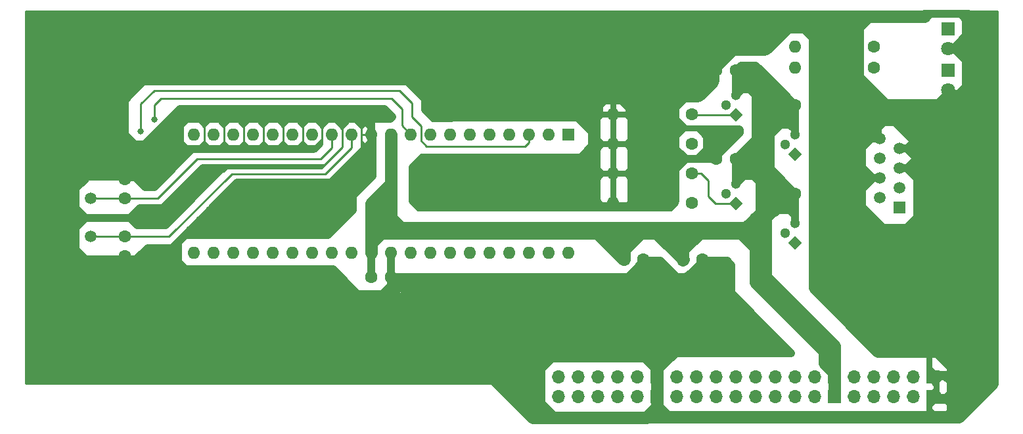
<source format=gbr>
%TF.GenerationSoftware,KiCad,Pcbnew,7.0.10*%
%TF.CreationDate,2024-03-03T15:09:26-07:00*%
%TF.ProjectId,networkv3,6e657477-6f72-46b7-9633-2e6b69636164,rev?*%
%TF.SameCoordinates,Original*%
%TF.FileFunction,Copper,L2,Bot*%
%TF.FilePolarity,Positive*%
%FSLAX46Y46*%
G04 Gerber Fmt 4.6, Leading zero omitted, Abs format (unit mm)*
G04 Created by KiCad (PCBNEW 7.0.10) date 2024-03-03 15:09:26*
%MOMM*%
%LPD*%
G01*
G04 APERTURE LIST*
G04 Aperture macros list*
%AMRotRect*
0 Rectangle, with rotation*
0 The origin of the aperture is its center*
0 $1 length*
0 $2 width*
0 $3 Rotation angle, in degrees counterclockwise*
0 Add horizontal line*
21,1,$1,$2,0,0,$3*%
G04 Aperture macros list end*
%TA.AperFunction,ComponentPad*%
%ADD10C,1.600000*%
%TD*%
%TA.AperFunction,ComponentPad*%
%ADD11O,1.600000X1.600000*%
%TD*%
%TA.AperFunction,ComponentPad*%
%ADD12RotRect,1.300000X1.300000X135.000000*%
%TD*%
%TA.AperFunction,ComponentPad*%
%ADD13C,1.300000*%
%TD*%
%TA.AperFunction,WasherPad*%
%ADD14C,3.650000*%
%TD*%
%TA.AperFunction,ComponentPad*%
%ADD15R,1.500000X1.500000*%
%TD*%
%TA.AperFunction,ComponentPad*%
%ADD16C,1.500000*%
%TD*%
%TA.AperFunction,ComponentPad*%
%ADD17R,1.600000X1.600000*%
%TD*%
%TA.AperFunction,ComponentPad*%
%ADD18R,1.700000X1.700000*%
%TD*%
%TA.AperFunction,ComponentPad*%
%ADD19O,1.700000X1.700000*%
%TD*%
%TA.AperFunction,ComponentPad*%
%ADD20R,1.800000X1.800000*%
%TD*%
%TA.AperFunction,ComponentPad*%
%ADD21C,1.800000*%
%TD*%
%TA.AperFunction,ViaPad*%
%ADD22C,0.800000*%
%TD*%
%TA.AperFunction,Conductor*%
%ADD23C,1.600000*%
%TD*%
%TA.AperFunction,Conductor*%
%ADD24C,1.000000*%
%TD*%
%TA.AperFunction,Conductor*%
%ADD25C,0.250000*%
%TD*%
%TA.AperFunction,Conductor*%
%ADD26C,2.500000*%
%TD*%
%TA.AperFunction,Conductor*%
%ADD27C,0.762000*%
%TD*%
%TA.AperFunction,Conductor*%
%ADD28C,1.599946*%
%TD*%
%TA.AperFunction,Conductor*%
%ADD29C,0.500000*%
%TD*%
%TA.AperFunction,Conductor*%
%ADD30C,1.033400*%
%TD*%
%TA.AperFunction,Conductor*%
%ADD31C,5.080000*%
%TD*%
G04 APERTURE END LIST*
D10*
%TO.P,0.1uf,1*%
%TO.N,N/C*%
X448815460Y-274667980D03*
%TO.P,0.1uf,2*%
X451315460Y-274667980D03*
%TD*%
%TO.P,0.1uf,1*%
%TO.N,N/C*%
X438655460Y-281652980D03*
%TO.P,0.1uf,2*%
X441155460Y-281652980D03*
%TD*%
%TO.P,0.1uf,1*%
%TO.N,N/C*%
X438655460Y-270222980D03*
%TO.P,0.1uf,2*%
X441155460Y-270222980D03*
%TD*%
%TO.P,100k\u03A9,1*%
%TO.N,N/C*%
X435480460Y-275920200D03*
D11*
%TO.P,100k\u03A9,2*%
X425320460Y-275920200D03*
%TD*%
D12*
%TO.P,BC547B,1*%
%TO.N,N/C*%
X441195460Y-287367980D03*
D13*
%TO.P,BC547B,2*%
X439925460Y-286097980D03*
%TO.P,BC547B,3*%
X441195460Y-284827980D03*
%TD*%
D12*
%TO.P,BC547B,1*%
%TO.N,N/C*%
X448815460Y-292447980D03*
D13*
%TO.P,BC547B,2*%
X447545460Y-291177980D03*
%TO.P,BC547B,3*%
X448815460Y-289907980D03*
%TD*%
D12*
%TO.P,BC547B,1*%
%TO.N,N/C*%
X448815460Y-281017980D03*
D13*
%TO.P,BC547B,2*%
X447545460Y-279747980D03*
%TO.P,BC547B,3*%
X448815460Y-278477980D03*
%TD*%
D12*
%TO.P,BC547B,1*%
%TO.N,N/C*%
X441195460Y-275937980D03*
D13*
%TO.P,BC547B,2*%
X439925460Y-274667980D03*
%TO.P,BC547B,3*%
X441195460Y-273397980D03*
%TD*%
D14*
%TO.P,RJ45,*%
%TO.N,*%
X468627460Y-289196780D03*
X468627460Y-277766780D03*
D15*
%TO.P,RJ45,1*%
%TO.N,N/C*%
X462277460Y-287926780D03*
D16*
%TO.P,RJ45,2*%
X459737460Y-286656780D03*
%TO.P,RJ45,3*%
X462277460Y-285386780D03*
%TO.P,RJ45,4*%
X459737460Y-284116780D03*
%TO.P,RJ45,5*%
X462277460Y-282846780D03*
%TO.P,RJ45,6*%
X459737460Y-281576780D03*
%TO.P,RJ45,7*%
X462277460Y-280306780D03*
%TO.P,RJ45,8*%
X459737460Y-279036780D03*
%TD*%
D17*
%TO.P,atmega164,1*%
%TO.N,N/C*%
X419605460Y-278477980D03*
D11*
%TO.P,atmega164,2*%
X417065460Y-278477980D03*
%TO.P,atmega164,3*%
X414525460Y-278477980D03*
%TO.P,atmega164,4*%
X411985460Y-278477980D03*
%TO.P,atmega164,5*%
X409445460Y-278477980D03*
%TO.P,atmega164,6*%
X406905460Y-278477980D03*
%TO.P,atmega164,7*%
X404365460Y-278477980D03*
%TO.P,atmega164,8*%
X401825460Y-278477980D03*
%TO.P,atmega164,9*%
X399285460Y-278477980D03*
%TO.P,atmega164,10*%
X396745460Y-278477980D03*
%TO.P,atmega164,11*%
X394205460Y-278477980D03*
%TO.P,atmega164,12*%
X391665460Y-278477980D03*
%TO.P,atmega164,13*%
X389125460Y-278477980D03*
%TO.P,atmega164,14*%
X386585460Y-278477980D03*
%TO.P,atmega164,15*%
X384045460Y-278477980D03*
%TO.P,atmega164,16*%
X381505460Y-278477980D03*
%TO.P,atmega164,17*%
X378965460Y-278477980D03*
%TO.P,atmega164,18*%
X376425460Y-278477980D03*
%TO.P,atmega164,19*%
X373885460Y-278477980D03*
%TO.P,atmega164,20*%
X371345460Y-278477980D03*
%TO.P,atmega164,21*%
X371345460Y-293717980D03*
%TO.P,atmega164,22*%
X373885460Y-293717980D03*
%TO.P,atmega164,23*%
X376425460Y-293717980D03*
%TO.P,atmega164,24*%
X378965460Y-293717980D03*
%TO.P,atmega164,25*%
X381505460Y-293717980D03*
%TO.P,atmega164,26*%
X384045460Y-293717980D03*
%TO.P,atmega164,27*%
X386585460Y-293717980D03*
%TO.P,atmega164,28*%
X389125460Y-293717980D03*
%TO.P,atmega164,29*%
X391665460Y-293717980D03*
%TO.P,atmega164,30*%
X394205460Y-293717980D03*
%TO.P,atmega164,31*%
X396745460Y-293717980D03*
%TO.P,atmega164,32*%
X399285460Y-293717980D03*
%TO.P,atmega164,33*%
X401825460Y-293717980D03*
%TO.P,atmega164,34*%
X404365460Y-293717980D03*
%TO.P,atmega164,35*%
X406905460Y-293717980D03*
%TO.P,atmega164,36*%
X409445460Y-293717980D03*
%TO.P,atmega164,37*%
X411985460Y-293717980D03*
%TO.P,atmega164,38*%
X414525460Y-293717980D03*
%TO.P,atmega164,39*%
X417065460Y-293717980D03*
%TO.P,atmega164,40*%
X419605460Y-293717980D03*
%TD*%
D18*
%TO.P,20pin conn.,1*%
%TO.N,N/C*%
X466559900Y-309786020D03*
%TO.P,20pin conn.,2*%
X466559900Y-312326020D03*
D19*
%TO.P,20pin conn.,3*%
X464019900Y-309786020D03*
%TO.P,20pin conn.,4*%
X464019900Y-312326020D03*
%TO.P,20pin conn.,5*%
X461479900Y-309786020D03*
%TO.P,20pin conn.,6*%
X461479900Y-312326020D03*
%TO.P,20pin conn.,7*%
X458939900Y-309786020D03*
%TO.P,20pin conn.,8*%
X458939900Y-312326020D03*
%TO.P,20pin conn.,9*%
X456399900Y-309786020D03*
%TO.P,20pin conn.,10*%
X456399900Y-312326020D03*
D18*
%TO.P,20pin conn.,11*%
X453859900Y-309786020D03*
%TO.P,20pin conn.,12*%
X453859900Y-312326020D03*
D19*
%TO.P,20pin conn.,13*%
X451319900Y-309786020D03*
%TO.P,20pin conn.,14*%
X451319900Y-312326020D03*
%TO.P,20pin conn.,15*%
X448779900Y-309786020D03*
%TO.P,20pin conn.,16*%
X448779900Y-312326020D03*
%TO.P,20pin conn.,17*%
X446239900Y-309786020D03*
%TO.P,20pin conn.,18*%
X446239900Y-312326020D03*
%TO.P,20pin conn.,19*%
X443699900Y-309786020D03*
%TO.P,20pin conn.,20*%
X443699900Y-312326020D03*
%TO.P,20pin conn.,21*%
X441159900Y-309786020D03*
%TO.P,20pin conn.,22*%
X441159900Y-312326020D03*
%TO.P,20pin conn.,23*%
X438619900Y-309786020D03*
%TO.P,20pin conn.,24*%
X438619900Y-312326020D03*
%TO.P,20pin conn.,25*%
X436079900Y-309786020D03*
%TO.P,20pin conn.,26*%
X436079900Y-312326020D03*
%TO.P,20pin conn.,27*%
X433539900Y-309786020D03*
%TO.P,20pin conn.,28*%
X433539900Y-312326020D03*
D18*
%TO.P,20pin conn.,29*%
X430999900Y-309786020D03*
%TO.P,20pin conn.,30*%
X430999900Y-312326020D03*
D19*
%TO.P,20pin conn.,31*%
X428459900Y-309786020D03*
%TO.P,20pin conn.,32*%
X428459900Y-312326020D03*
%TO.P,20pin conn.,33*%
X425919900Y-309786020D03*
%TO.P,20pin conn.,34*%
X425919900Y-312326020D03*
%TO.P,20pin conn.,35*%
X423379900Y-309786020D03*
%TO.P,20pin conn.,36*%
X423379900Y-312326020D03*
%TO.P,20pin conn.,37*%
X420839900Y-309786020D03*
%TO.P,20pin conn.,38*%
X420839900Y-312326020D03*
%TO.P,20pin conn.,39*%
X418299900Y-309786020D03*
%TO.P,20pin conn.,40*%
X418299900Y-312326020D03*
%TD*%
D20*
%TO.P,RX,1*%
%TO.N,N/C*%
X468475060Y-264863580D03*
D21*
%TO.P,RX,2*%
X468475060Y-267403580D03*
%TD*%
D10*
%TO.P,0.1uf,1*%
%TO.N,N/C*%
X394205460Y-296892980D03*
%TO.P,0.1uf,2*%
X396705460Y-296892980D03*
%TD*%
%TO.P,0.1uf,1*%
%TO.N,N/C*%
X448815460Y-286097980D03*
%TO.P,0.1uf,2*%
X451315460Y-286097980D03*
%TD*%
%TO.P,20pf,1*%
%TO.N,N/C*%
X362455460Y-294135180D03*
%TO.P,20pf,2*%
X362455460Y-291635180D03*
%TD*%
D16*
%TO.P, ,1*%
%TO.N,N/C*%
X358010460Y-286732980D03*
%TO.P, ,2*%
X358010460Y-291632980D03*
%TD*%
D10*
%TO.P,20pf,1*%
%TO.N,N/C*%
X362455460Y-286732980D03*
%TO.P,20pf,2*%
X362455460Y-284232980D03*
%TD*%
%TO.P,4.7k\u03A9,1*%
%TO.N,N/C*%
X458975460Y-269892780D03*
D11*
%TO.P,4.7k\u03A9,2*%
X448815460Y-269892780D03*
%TD*%
D10*
%TO.P,4.7k\u03A9,1*%
%TO.N,N/C*%
X458975460Y-267157200D03*
D11*
%TO.P,4.7k\u03A9,2*%
X448815460Y-267157200D03*
%TD*%
D20*
%TO.P,TX,1*%
%TO.N,N/C*%
X468475060Y-270230600D03*
D21*
%TO.P,TX,2*%
X468475060Y-272770600D03*
%TD*%
D10*
%TO.P,10k\u03A9,1*%
%TO.N,N/C*%
X435480460Y-279717500D03*
D11*
%TO.P,10k\u03A9,2*%
X425320460Y-279717500D03*
%TD*%
D10*
%TO.P,10k\u03A9,1*%
%TO.N,N/C*%
X435515000Y-287350200D03*
D11*
%TO.P,10k\u03A9,2*%
X425355000Y-287350200D03*
%TD*%
D10*
%TO.P,0.1uf,1*%
%TO.N,N/C*%
X426740000Y-294640000D03*
%TO.P,0.1uf,2*%
X429240000Y-294640000D03*
%TD*%
%TO.P,0.1uf,1*%
%TO.N,N/C*%
X434360000Y-294640000D03*
%TO.P,0.1uf,2*%
X436860000Y-294640000D03*
%TD*%
%TO.P,100k\u03A9,1*%
%TO.N,N/C*%
X435483000Y-283527500D03*
D11*
%TO.P,100k\u03A9,2*%
X425323000Y-283527500D03*
%TD*%
D22*
%TO.N,*%
X405130000Y-271145000D03*
X389255000Y-267309600D03*
X408940000Y-275590000D03*
X395605000Y-275590000D03*
X412115000Y-271145000D03*
X419100000Y-271145000D03*
X456565000Y-286385000D03*
X434340000Y-273050000D03*
X395605000Y-267309600D03*
X401955000Y-267309600D03*
X378206000Y-275590000D03*
X453390000Y-283210000D03*
X422910000Y-275590000D03*
X366268000Y-276606000D03*
X422910000Y-267309600D03*
X390398000Y-275590000D03*
X364490000Y-278130000D03*
X452094600Y-278307800D03*
X456361800Y-280797000D03*
X408940000Y-267309600D03*
X426085000Y-271145000D03*
X429895000Y-267309600D03*
X441325000Y-278130000D03*
X398780000Y-271145000D03*
X383286000Y-270510000D03*
X392430000Y-271145000D03*
X431800000Y-270510000D03*
X415925000Y-267309600D03*
X415925000Y-275590000D03*
X401955000Y-275590000D03*
X372110000Y-290830000D03*
X384175000Y-275590000D03*
%TD*%
D23*
%TO.N,*%
X471040460Y-263237980D02*
X471040460Y-264507980D01*
X471040460Y-264507980D02*
X471040460Y-267047980D01*
X472440000Y-290542980D02*
X463550000Y-290542980D01*
X472945460Y-291812980D02*
X462785460Y-291812980D01*
D24*
X444370460Y-272762980D02*
X441830460Y-270222980D01*
X441830460Y-270222980D02*
X441155460Y-270222980D01*
X441155460Y-270222980D02*
X441155460Y-270817980D01*
X443735460Y-270857980D02*
X445640460Y-272762980D01*
X443100460Y-270857980D02*
X445005460Y-272762980D01*
X441830460Y-269587980D02*
X443735460Y-269587980D01*
X443735460Y-269587980D02*
X444370460Y-270222980D01*
X441195460Y-270222980D02*
X441830460Y-269587980D01*
X444370460Y-270222980D02*
X446910460Y-272762980D01*
X441195460Y-270222980D02*
X444370460Y-270222980D01*
X443735460Y-272762980D02*
X441195460Y-270222980D01*
D23*
X446275460Y-273397980D02*
X446910460Y-274032980D01*
D24*
X446910460Y-272762980D02*
X444370460Y-272762980D01*
X448815460Y-274667980D02*
X446910460Y-272762980D01*
X447545460Y-286097980D02*
X448815460Y-286097980D01*
X446275460Y-286097980D02*
X447545460Y-286097980D01*
X445640460Y-282922980D02*
X445640460Y-284192980D01*
X445640460Y-284192980D02*
X445640460Y-284827980D01*
X447545460Y-286097980D02*
X445640460Y-284192980D01*
X445640460Y-278477980D02*
X445640460Y-282922980D01*
X448815460Y-286097980D02*
X445640460Y-282922980D01*
X441195460Y-281652980D02*
X443735460Y-279112980D01*
D23*
X444500000Y-283210000D02*
X444500000Y-288925000D01*
X443735460Y-289272980D02*
X443417960Y-289590480D01*
D24*
X448815460Y-286415480D02*
X448815460Y-286097980D01*
X446910460Y-287367980D02*
X446592960Y-287685480D01*
X445640460Y-285462980D02*
X446275460Y-286097980D01*
X448180460Y-275302980D02*
X447545460Y-275302980D01*
X447545460Y-275302980D02*
X447227960Y-274985480D01*
X446275460Y-277207980D02*
X445322960Y-276255480D01*
X445640460Y-274667980D02*
X445640460Y-277842980D01*
X443735460Y-273397980D02*
X446910460Y-276572980D01*
X447545460Y-275937980D02*
X446592960Y-274985480D01*
X444687960Y-279430480D02*
X448815460Y-275302980D01*
X448815460Y-275302980D02*
X448815460Y-274667980D01*
X444370460Y-272762980D02*
X446275460Y-274667980D01*
X446275460Y-274667980D02*
X448815460Y-274667980D01*
X448815460Y-274667980D02*
X448815460Y-278477980D01*
X448815460Y-286097980D02*
X448815460Y-289907980D01*
X443735460Y-273397980D02*
X443735460Y-274667980D01*
X443735460Y-274667980D02*
X443735460Y-277842980D01*
X445640460Y-286732980D02*
X448180460Y-286732980D01*
X442465460Y-281652980D02*
X443100460Y-281017980D01*
X442465460Y-280382980D02*
X443735460Y-280382980D01*
X441195460Y-281652980D02*
X441830460Y-281017980D01*
D23*
X445957960Y-288320480D02*
X446592960Y-287685480D01*
D24*
X442465460Y-281652980D02*
X443735460Y-282922980D01*
D23*
X442465460Y-290542980D02*
X443417960Y-289590480D01*
X443417960Y-289590480D02*
X445005460Y-288002980D01*
X453859900Y-309786020D02*
X453859900Y-309557420D01*
X396745460Y-286097980D02*
X396745460Y-288002980D01*
X396745460Y-288002980D02*
X396745460Y-289272980D01*
X395475460Y-289272980D02*
X396745460Y-288002980D01*
X395475460Y-290542980D02*
X395475460Y-289272980D01*
X422145460Y-290542980D02*
X398015460Y-290542980D01*
X398015460Y-290542980D02*
X394840460Y-290542980D01*
X396745460Y-289272980D02*
X398015460Y-290542980D01*
X394840460Y-288002980D02*
X396745460Y-286097980D01*
X396745460Y-286097980D02*
X396745460Y-284827980D01*
X394840460Y-289907980D02*
X394205460Y-289272980D01*
X396110460Y-291177980D02*
X394840460Y-289907980D01*
X394840460Y-289907980D02*
X394840460Y-288002980D01*
X396745460Y-278477980D02*
X396745460Y-284827980D01*
X394205460Y-293717980D02*
X394205460Y-287367980D01*
X394205460Y-287367980D02*
X396745460Y-284827980D01*
D24*
X394205460Y-293717980D02*
X394205460Y-293082980D01*
D23*
X395475460Y-291177980D02*
X394205460Y-292447980D01*
D24*
X357375460Y-289272980D02*
X356105460Y-290542980D01*
X356105460Y-290542980D02*
X356105460Y-289272980D01*
X356105460Y-289272980D02*
X357375460Y-289272980D01*
X356105460Y-289272980D02*
X356105460Y-288002980D01*
X356105460Y-288002980D02*
X356105460Y-285462980D01*
X357375460Y-289272980D02*
X356105460Y-288002980D01*
X356105460Y-285462980D02*
X357335460Y-284232980D01*
D23*
X445005460Y-289907980D02*
X445005460Y-288637980D01*
X445005460Y-288637980D02*
X445005460Y-284827980D01*
X445005460Y-292447980D02*
X445005460Y-289907980D01*
X445005460Y-290542980D02*
X443100460Y-290542980D01*
X445005460Y-292447980D02*
X443100460Y-290542980D01*
X434845460Y-269587980D02*
X432940460Y-267682980D01*
X439290460Y-268952980D02*
X434845460Y-268952980D01*
D25*
X358010460Y-286732980D02*
X362455460Y-286732980D01*
X362455460Y-291635180D02*
X358012660Y-291635180D01*
X358012660Y-291635180D02*
X358010460Y-291632980D01*
D23*
X359410000Y-303530000D02*
X352425000Y-296545000D01*
X472310460Y-263237980D02*
X472310460Y-293082980D01*
X472945460Y-263237980D02*
X472945460Y-293082980D01*
X469770460Y-276572980D02*
X471040460Y-277842980D01*
X471040460Y-277842980D02*
X471040460Y-290542980D01*
X474215460Y-295622980D02*
X474215460Y-294352980D01*
X474215460Y-294352980D02*
X474215460Y-293082980D01*
X474215460Y-293082980D02*
X464055460Y-293082980D01*
X469893552Y-314960000D02*
X474215460Y-310638092D01*
X445005460Y-289907980D02*
X445005460Y-289272980D01*
D24*
X445005460Y-274667980D02*
X445005460Y-284827980D01*
X445005460Y-284827980D02*
X445005460Y-286097980D01*
D23*
X415481258Y-314231020D02*
X410521250Y-309271012D01*
D24*
X394205460Y-293717980D02*
X394205460Y-296892980D01*
X396745460Y-293717980D02*
X396745460Y-296852980D01*
X396745460Y-296852980D02*
X396705460Y-296892980D01*
X396705460Y-278437980D02*
X396745460Y-278477980D01*
X443735460Y-277842980D02*
X443735460Y-280382980D01*
X443735460Y-279400000D02*
X443735460Y-283845000D01*
X459737460Y-279036780D02*
X459661260Y-279112980D01*
X451990460Y-277842980D02*
X451990460Y-280382980D01*
X453260460Y-279112980D02*
X451355460Y-281017980D01*
X453260460Y-279112980D02*
X451471660Y-277324180D01*
X446275460Y-274667980D02*
X445005460Y-274667980D01*
X445640460Y-285462980D02*
X445640460Y-286732980D01*
X445640460Y-284827980D02*
X445640460Y-285462980D01*
X444370460Y-274032980D02*
X444370460Y-285462980D01*
X443735460Y-281652980D02*
X441195460Y-281652980D01*
D26*
X466595460Y-277842980D02*
X466595460Y-289272980D01*
X468500460Y-277842980D02*
X468500460Y-289272980D01*
X469770460Y-277842980D02*
X469770460Y-289272980D01*
D23*
X471675460Y-293717980D02*
X471675460Y-312767980D01*
X472945460Y-292447980D02*
X472945460Y-311497980D01*
X443735460Y-293082980D02*
X441830460Y-291177980D01*
X443735460Y-297527980D02*
X443735460Y-293082980D01*
X453895460Y-310156860D02*
X453895460Y-305782980D01*
X453859900Y-312097420D02*
X453895460Y-312061860D01*
X445005460Y-296892980D02*
X445005460Y-292447980D01*
X453859900Y-305747420D02*
X445005460Y-296892980D01*
X453859900Y-312326020D02*
X453859900Y-305747420D01*
X453859900Y-309209440D02*
X452625460Y-307975000D01*
X452625460Y-307975000D02*
X452625460Y-306070000D01*
X452625460Y-306417980D02*
X443735460Y-297527980D01*
X453895460Y-307687980D02*
X452625460Y-306417980D01*
D26*
X430400460Y-271492980D02*
X423415460Y-271492980D01*
D23*
X443100460Y-290542980D02*
X431670460Y-290542980D01*
X431670460Y-290542980D02*
X422145460Y-290542980D01*
X460880460Y-276572980D02*
X452574660Y-276572980D01*
D24*
X471805000Y-273050000D02*
X467995000Y-276860000D01*
X364271560Y-289560000D02*
X367030000Y-289560000D01*
X442069220Y-283845000D02*
X443496700Y-283845000D01*
X441726320Y-272669000D02*
X443153800Y-272669000D01*
X445244220Y-287020000D02*
X446671700Y-287020000D01*
X448741800Y-277850600D02*
X448106800Y-277215600D01*
X448310000Y-277215600D02*
X447040000Y-277215600D01*
X448640200Y-276529800D02*
X447370200Y-276529800D01*
X448310000Y-287655000D02*
X446405000Y-287655000D01*
X462470500Y-277050500D02*
X465455000Y-280035000D01*
X463186780Y-280306780D02*
X465325460Y-282445460D01*
X463278220Y-280306780D02*
X465325460Y-278259540D01*
X462277460Y-280306780D02*
X464185000Y-280306780D01*
D25*
X375163080Y-282679140D02*
X387774180Y-282679140D01*
D24*
X389001000Y-286004000D02*
X394205460Y-280799540D01*
X370840000Y-290830000D02*
X389255000Y-290830000D01*
X374650000Y-287020000D02*
X391795000Y-287020000D01*
X375920000Y-285750000D02*
X389890000Y-285750000D01*
D23*
X451485000Y-296674540D02*
X461262730Y-306452270D01*
D24*
X397510000Y-297180000D02*
X398462500Y-298132500D01*
D25*
X389534400Y-276860000D02*
X393065000Y-276860000D01*
X389534400Y-276860000D02*
X390398000Y-277723600D01*
X390448800Y-277672800D02*
X391210800Y-276910800D01*
X389737600Y-277037800D02*
X390956800Y-277037800D01*
X390067800Y-277190200D02*
X390652000Y-277190200D01*
X390067800Y-277342600D02*
X390652000Y-277342600D01*
X390169400Y-277495000D02*
X390398000Y-277495000D01*
D27*
X422910000Y-283540200D02*
X427780200Y-283540200D01*
X401624800Y-275615400D02*
X402412200Y-276402800D01*
D23*
X417322000Y-307086000D02*
X430839880Y-307086000D01*
D26*
X417195000Y-266700000D02*
X423545000Y-273050000D01*
D24*
X458741780Y-284116780D02*
X457070460Y-282445460D01*
X396608300Y-276491700D02*
X396875000Y-276225000D01*
D23*
X455261980Y-286097980D02*
X461264000Y-292100000D01*
X471040460Y-271650460D02*
X471040460Y-290542980D01*
D28*
X426720000Y-294640000D02*
X423083990Y-291003990D01*
D26*
X361619800Y-273735800D02*
X364490000Y-270865600D01*
X353060000Y-307340000D02*
X416052000Y-307340000D01*
D24*
X399592800Y-282778200D02*
X399592800Y-286867600D01*
D25*
X349600000Y-263840000D02*
X349600000Y-262570000D01*
D24*
X367792000Y-277717250D02*
X367792000Y-280574750D01*
X372491000Y-282829000D02*
X367240820Y-288079180D01*
D26*
X398957800Y-270687800D02*
X403682200Y-275412200D01*
D23*
X471040460Y-267047980D02*
X471040460Y-269110460D01*
D29*
X436626000Y-277876000D02*
X434594000Y-277876000D01*
D25*
X391665460Y-278477980D02*
X391665460Y-280164540D01*
X375475500Y-277088600D02*
X374840500Y-277088600D01*
D23*
X433070000Y-281940000D02*
X433070000Y-280035000D01*
D25*
X423621200Y-280365200D02*
X424256200Y-279730200D01*
X378002800Y-277164800D02*
X377367800Y-277164800D01*
X372935500Y-277037800D02*
X372300500Y-277037800D01*
D27*
X436736490Y-294783510D02*
X434483510Y-297036490D01*
D26*
X422527730Y-271145000D02*
X401294600Y-271145000D01*
D25*
X362455460Y-286732980D02*
X366682020Y-286732980D01*
D24*
X369684300Y-275793200D02*
X387845300Y-275793200D01*
X395859000Y-275209000D02*
X396875000Y-276225000D01*
D23*
X422910000Y-274955000D02*
X424180000Y-273685000D01*
D24*
X433357020Y-281652980D02*
X433070000Y-281940000D01*
D26*
X357936800Y-281305000D02*
X361950000Y-281305000D01*
X429260000Y-286385000D02*
X429260000Y-277495000D01*
D23*
X474215460Y-295622980D02*
X474215460Y-263237980D01*
D25*
X380238000Y-277520400D02*
X379603000Y-276885400D01*
X392938000Y-278765000D02*
X392938000Y-277177500D01*
X427278800Y-280365200D02*
X426643800Y-279730200D01*
X386613400Y-280543000D02*
X387781800Y-279374600D01*
D26*
X351790000Y-283210000D02*
X358140000Y-283210000D01*
D25*
X385313000Y-277496800D02*
X384678000Y-276861800D01*
D24*
X396705460Y-296892980D02*
X396705460Y-297984540D01*
X362665640Y-284022800D02*
X363804200Y-284022800D01*
D25*
X377715700Y-279410900D02*
X377080700Y-280045900D01*
D26*
X424432730Y-272415000D02*
X402488400Y-272415000D01*
D24*
X434687980Y-281652980D02*
X433070000Y-280035000D01*
X370205000Y-291465000D02*
X376936000Y-284734000D01*
D25*
X380250700Y-276212300D02*
X380250700Y-280428700D01*
D23*
X456738990Y-271064990D02*
X460201010Y-274527010D01*
D24*
X441790460Y-283040460D02*
X441960000Y-283210000D01*
D25*
X387741160Y-282821380D02*
X388442200Y-282120340D01*
D26*
X431670460Y-268952980D02*
X419605460Y-268952980D01*
D27*
X440055000Y-294640000D02*
X440690000Y-295275000D01*
D28*
X428912020Y-291177980D02*
X429260000Y-291177980D01*
D24*
X367665000Y-290195000D02*
X374904000Y-282956000D01*
D25*
X367070640Y-273862800D02*
X396798800Y-273862800D01*
D23*
X469135460Y-293390320D02*
X469135460Y-314672980D01*
X452625460Y-294510460D02*
X452625460Y-275977980D01*
D28*
X426740000Y-293350000D02*
X428912020Y-291177980D01*
D25*
X436689500Y-283527500D02*
X437642000Y-284480000D01*
D23*
X467180930Y-306452270D02*
X469135460Y-308406800D01*
D25*
X423595800Y-287020000D02*
X424002200Y-287426400D01*
X364490000Y-274574000D02*
X366191800Y-272872200D01*
D24*
X459737460Y-284116780D02*
X458833220Y-284116780D01*
D23*
X430999900Y-313667140D02*
X429801020Y-314866020D01*
D26*
X437770000Y-271460000D02*
X436130000Y-273100000D01*
D27*
X467175850Y-312248550D02*
X466121750Y-313302650D01*
D24*
X392430000Y-299085000D02*
X389255000Y-295910000D01*
D26*
X351155000Y-281305000D02*
X357936800Y-281305000D01*
D23*
X444500000Y-306070000D02*
X446405000Y-306070000D01*
D24*
X396705460Y-296892980D02*
X426720000Y-296892980D01*
D25*
X400583400Y-277393400D02*
X400583400Y-279298400D01*
D23*
X430999900Y-308985920D02*
X430999900Y-307340000D01*
X432198780Y-314866020D02*
X430999900Y-313667140D01*
D24*
X369252500Y-294957500D02*
X369252500Y-292417500D01*
D26*
X436130000Y-273100000D02*
X433020000Y-273100000D01*
D23*
X456785980Y-264668000D02*
X458216000Y-263237980D01*
X430999900Y-308610000D02*
X433705000Y-305904900D01*
D24*
X426085000Y-306705000D02*
X424815000Y-305435000D01*
X434721000Y-281635200D02*
X433163980Y-283192220D01*
X391795000Y-286385000D02*
X394335000Y-283845000D01*
X364710980Y-280068020D02*
X369570000Y-275209000D01*
D23*
X444986730Y-264668000D02*
X456785980Y-264668000D01*
D25*
X368129820Y-291635180D02*
X362455460Y-291635180D01*
D24*
X396875000Y-297180000D02*
X397827500Y-298132500D01*
D25*
X426986700Y-287362900D02*
X427266100Y-287083500D01*
D23*
X350270470Y-309906010D02*
X414808010Y-309906010D01*
D24*
X471157300Y-262938260D02*
X465442300Y-262938260D01*
X434792000Y-272030000D02*
X437388000Y-269434000D01*
D25*
X423811700Y-275424900D02*
X424091100Y-275704300D01*
D23*
X358775000Y-307340000D02*
X351790000Y-300355000D01*
D24*
X441155460Y-272245460D02*
X441155460Y-273357980D01*
D27*
X466559900Y-309786020D02*
X469447880Y-309786020D01*
D25*
X388289800Y-277063200D02*
X387654800Y-277063200D01*
D30*
X440918600Y-278536400D02*
X441325000Y-278130000D01*
D24*
X371475000Y-290195000D02*
X389890000Y-290195000D01*
D27*
X468020400Y-309727600D02*
X468833200Y-310540400D01*
D23*
X457070460Y-292483540D02*
X457070460Y-272542000D01*
D25*
X380555500Y-277088600D02*
X379920500Y-277088600D01*
D23*
X460880460Y-276572980D02*
X465107020Y-276572980D01*
D24*
X398145000Y-297815000D02*
X405130000Y-297815000D01*
X441155460Y-272245460D02*
X442129540Y-272245460D01*
D23*
X456311000Y-290830000D02*
X464566000Y-290830000D01*
X465455000Y-263237980D02*
X350270470Y-263237980D01*
D24*
X462277460Y-282846780D02*
X464185000Y-282846780D01*
D27*
X401167600Y-272973800D02*
X401167600Y-275374100D01*
D25*
X426834300Y-276085300D02*
X427418500Y-276669500D01*
D27*
X402412200Y-276402800D02*
X403453600Y-276402800D01*
D28*
X366776000Y-278987250D02*
X366776000Y-281844750D01*
D25*
X372922800Y-277139400D02*
X372287800Y-277139400D01*
D26*
X361365800Y-282473400D02*
X367715800Y-282473400D01*
D25*
X386080000Y-280040000D02*
X386867400Y-280040000D01*
D23*
X433070000Y-280035000D02*
X433070000Y-273685000D01*
D25*
X390525000Y-276860000D02*
X388620000Y-276860000D01*
D24*
X389890000Y-297180000D02*
X360172000Y-297180000D01*
D25*
X424103800Y-275894800D02*
X423291000Y-275082000D01*
D30*
X437235600Y-278028400D02*
X441223400Y-278028400D01*
D29*
X434594000Y-277876000D02*
X433070000Y-279400000D01*
D24*
X375285000Y-286385000D02*
X389255000Y-286385000D01*
D26*
X429116490Y-296545000D02*
X431943510Y-296545000D01*
D24*
X397827500Y-298132500D02*
X398145000Y-298450000D01*
D25*
X400583400Y-279298400D02*
X401320000Y-280035000D01*
D24*
X370332000Y-276555200D02*
X369316000Y-277571200D01*
D25*
X366682020Y-289272980D02*
X367317020Y-289272980D01*
D24*
X441155460Y-281652980D02*
X441155460Y-283040460D01*
X471170000Y-272415000D02*
X467360000Y-276225000D01*
X372745000Y-288925000D02*
X391160000Y-288925000D01*
D26*
X364490000Y-270865600D02*
X399643600Y-270865600D01*
D27*
X468903050Y-313874150D02*
X467848950Y-314928250D01*
D30*
X438175400Y-281406600D02*
X440690000Y-278892000D01*
D23*
X353060000Y-295910000D02*
X353060000Y-271363440D01*
D27*
X429240000Y-294640000D02*
X431452020Y-294640000D01*
D25*
X366191800Y-272872200D02*
X397840200Y-272872200D01*
D23*
X457235560Y-277662640D02*
X458317600Y-276580600D01*
D30*
X436638700Y-281432000D02*
X439153300Y-278917400D01*
D24*
X394335000Y-283845000D02*
X394335000Y-278765000D01*
X369316000Y-279400000D02*
X370332000Y-280416000D01*
X466178900Y-262958580D02*
X465607400Y-263530080D01*
D23*
X462915000Y-291942520D02*
X462915000Y-291465000D01*
D25*
X366268000Y-276606000D02*
X366268000Y-274665440D01*
D24*
X463186780Y-282846780D02*
X465325460Y-284985460D01*
D23*
X432341020Y-314960000D02*
X429801020Y-314960000D01*
X466559900Y-314960000D02*
X432435000Y-314960000D01*
D25*
X375130060Y-282821380D02*
X387741160Y-282821380D01*
X380573200Y-279842700D02*
X379938200Y-279842700D01*
X372618000Y-277464600D02*
X373253000Y-276829600D01*
D28*
X434340000Y-293360000D02*
X436512020Y-291187980D01*
D24*
X469265000Y-267403580D02*
X470971880Y-269110460D01*
D25*
X372630700Y-276161500D02*
X372630700Y-280377900D01*
D23*
X430999900Y-309786020D02*
X430999900Y-313667140D01*
X414966248Y-314986010D02*
X409886250Y-309906012D01*
X455800460Y-291213540D02*
X455800460Y-264632440D01*
D26*
X428625000Y-274320000D02*
X432445000Y-270500000D01*
D29*
X437210200Y-280339800D02*
X437210200Y-278511000D01*
D25*
X375170700Y-276212300D02*
X375170700Y-280428700D01*
D24*
X370205000Y-291465000D02*
X388620000Y-291465000D01*
X441195460Y-284827980D02*
X442069220Y-283954220D01*
D26*
X417195000Y-274320000D02*
X420370000Y-274320000D01*
D27*
X468852250Y-311588150D02*
X467798150Y-312642250D01*
X466953600Y-311404000D02*
X466324950Y-312032650D01*
D25*
X432765200Y-288264600D02*
X433611020Y-287418780D01*
D26*
X353060000Y-284480000D02*
X355600000Y-284480000D01*
X362051600Y-281381200D02*
X368401600Y-281381200D01*
D25*
X375158000Y-277515400D02*
X375793000Y-276880400D01*
D27*
X467836250Y-309403750D02*
X466782150Y-310457850D01*
D24*
X368935000Y-295275000D02*
X358267000Y-295275000D01*
D23*
X430999900Y-309786020D02*
X430999900Y-308444900D01*
D25*
X382790700Y-276161500D02*
X382790700Y-280377900D01*
X377715700Y-279415900D02*
X378350700Y-280050900D01*
D24*
X364012480Y-290195000D02*
X367665000Y-290195000D01*
D25*
X392633200Y-277342600D02*
X393217400Y-277342600D01*
D23*
X437770000Y-270473440D02*
X440560460Y-267682980D01*
D25*
X473620000Y-262559800D02*
X474890000Y-262559800D01*
D26*
X354965000Y-294005000D02*
X363855000Y-302895000D01*
D30*
X433984400Y-277418800D02*
X433984400Y-277901400D01*
D25*
X382778000Y-277469600D02*
X382143000Y-276834600D01*
X372922800Y-279730200D02*
X372287800Y-279730200D01*
D24*
X441195460Y-273397980D02*
X442356240Y-272237200D01*
D23*
X469920320Y-273498310D02*
X471040460Y-272378170D01*
D25*
X402082000Y-276707600D02*
X400723100Y-275348700D01*
D24*
X462280000Y-277495000D02*
X464342480Y-277495000D01*
X368655600Y-277164800D02*
X368655600Y-279704800D01*
D25*
X392963400Y-279450800D02*
X393827000Y-280314400D01*
X383095500Y-279882600D02*
X382460500Y-279882600D01*
D23*
X456565000Y-277495000D02*
X456565000Y-278130000D01*
D26*
X444787020Y-267047980D02*
X416430460Y-267047980D01*
D27*
X466559900Y-312326020D02*
X469328500Y-312326020D01*
D25*
X423595800Y-276326600D02*
X423951400Y-275971000D01*
X378015500Y-277037800D02*
X377380500Y-277037800D01*
X435483000Y-283527500D02*
X436689500Y-283527500D01*
D30*
X438510000Y-271450000D02*
X438510000Y-269330000D01*
D25*
X349600000Y-262570000D02*
X350870000Y-262570000D01*
D23*
X453260460Y-293240460D02*
X453260460Y-265559540D01*
D25*
X366682020Y-286732980D02*
X371762020Y-281652980D01*
D24*
X369570000Y-275209000D02*
X395859000Y-275209000D01*
D25*
X380238000Y-277515400D02*
X380873000Y-276880400D01*
D23*
X351660460Y-265777980D02*
X351660460Y-309245000D01*
D25*
X423265600Y-276783800D02*
X424129200Y-275920200D01*
X394205460Y-278894540D02*
X394205460Y-278477980D01*
D23*
X455214990Y-287320990D02*
X461217010Y-293323010D01*
X417195000Y-314674762D02*
X414988119Y-312467881D01*
D26*
X426085000Y-273050000D02*
X427990000Y-273050000D01*
D25*
X375175700Y-279415900D02*
X375810700Y-280050900D01*
D26*
X403504400Y-274726400D02*
X416979100Y-274726400D01*
D23*
X451315460Y-298280460D02*
X459487270Y-306452270D01*
D24*
X389001000Y-287274000D02*
X394205460Y-282069540D01*
D25*
X385330700Y-279387300D02*
X384695700Y-280022300D01*
D26*
X361619800Y-278815800D02*
X361619800Y-273735800D01*
D24*
X365048800Y-285267400D02*
X366242600Y-285267400D01*
D25*
X414020000Y-280035000D02*
X414525460Y-279529540D01*
X388272020Y-283557980D02*
X376207020Y-283557980D01*
D27*
X429240000Y-294640000D02*
X426987020Y-296892980D01*
D28*
X429171100Y-295427400D02*
X431368200Y-295427400D01*
D25*
X372618000Y-277469600D02*
X371983000Y-276834600D01*
D23*
X451315460Y-274667980D02*
X468750650Y-274667980D01*
D24*
X433705000Y-296892980D02*
X438497980Y-296892980D01*
X441960000Y-283210000D02*
X441960000Y-283845000D01*
X459422500Y-277685500D02*
X460565500Y-276542500D01*
X438497980Y-296892980D02*
X448310000Y-306705000D01*
D25*
X393026900Y-279844500D02*
X393204700Y-280022300D01*
X386664200Y-280289000D02*
X387832600Y-279120600D01*
X376207020Y-283557980D02*
X368129820Y-291635180D01*
D24*
X395605000Y-299085000D02*
X397510000Y-299085000D01*
D29*
X441706000Y-277622000D02*
X441960000Y-277876000D01*
D24*
X367952020Y-289272980D02*
X374015000Y-283210000D01*
D26*
X439102500Y-299402500D02*
X445135000Y-305435000D01*
D24*
X361823000Y-299085000D02*
X356105460Y-293367460D01*
D25*
X392938000Y-278511000D02*
X394335000Y-278511000D01*
D23*
X465107020Y-276572980D02*
X469770460Y-276572980D01*
D24*
X470684860Y-267403580D02*
X471040460Y-267047980D01*
X364360460Y-288002980D02*
X363090460Y-289272980D01*
D23*
X429801020Y-314866020D02*
X429681030Y-314986010D01*
D24*
X370205000Y-295910000D02*
X369252500Y-294957500D01*
D25*
X372465600Y-282448000D02*
X388040880Y-282448000D01*
D24*
X463278220Y-282846780D02*
X465325460Y-280799540D01*
D25*
X399059400Y-287172400D02*
X400151600Y-288264600D01*
D23*
X445135000Y-267335000D02*
X448945000Y-263525000D01*
D24*
X365036100Y-294005000D02*
X368211100Y-294005000D01*
D26*
X364185200Y-281381200D02*
X361619800Y-278815800D01*
D23*
X422910000Y-275920200D02*
X422910000Y-287020000D01*
D25*
X375158000Y-277520400D02*
X374523000Y-276885400D01*
D23*
X456047480Y-279400000D02*
X455671240Y-279023760D01*
D25*
X399059400Y-282575000D02*
X399059400Y-287172400D01*
D27*
X436860000Y-294640000D02*
X440055000Y-294640000D01*
D29*
X433171600Y-276098000D02*
X434695600Y-277622000D01*
D24*
X371094000Y-280416000D02*
X386715000Y-280416000D01*
X399592800Y-286867600D02*
X400481800Y-287756600D01*
X368300000Y-281305000D02*
X369570000Y-281305000D01*
D23*
X448945000Y-263525000D02*
X451315460Y-265895460D01*
D24*
X441155460Y-283040460D02*
X441790460Y-283040460D01*
D23*
X455295000Y-277495000D02*
X456565000Y-277495000D01*
D25*
X400723100Y-275348700D02*
X400723100Y-271945100D01*
D28*
X432606450Y-292100000D02*
X434803550Y-292100000D01*
D26*
X420472870Y-269392400D02*
X353085400Y-269392400D01*
D25*
X372953200Y-279908000D02*
X372318200Y-279908000D01*
D23*
X456565000Y-278130000D02*
X455671240Y-279023760D01*
D24*
X421005000Y-281635200D02*
X400735800Y-281635200D01*
D25*
X372635700Y-279360100D02*
X372000700Y-279995100D01*
D23*
X352930460Y-264383520D02*
X352930460Y-270857980D01*
D28*
X434340000Y-294650000D02*
X434340000Y-293360000D01*
D24*
X468475060Y-267403580D02*
X470684860Y-267403580D01*
X441155460Y-270222980D02*
X441155460Y-272245460D01*
D27*
X466953600Y-311810400D02*
X467766400Y-312623200D01*
D24*
X368376200Y-279781000D02*
X352323400Y-279781000D01*
D27*
X468071200Y-312623200D02*
X468884000Y-313436000D01*
D25*
X437642000Y-286512000D02*
X438497980Y-287367980D01*
D24*
X369176300Y-276491700D02*
X396608300Y-276491700D01*
X448310000Y-288290000D02*
X446405000Y-288290000D01*
D25*
X385630500Y-277114000D02*
X384995500Y-277114000D01*
D30*
X437616600Y-279450800D02*
X438150000Y-278917400D01*
D24*
X394205460Y-275719540D02*
X394205460Y-278477980D01*
D23*
X464846010Y-314960000D02*
X469893552Y-314960000D01*
D24*
X457200000Y-278130000D02*
X457530200Y-278130000D01*
X389001000Y-284734000D02*
X394205460Y-279529540D01*
D29*
X438150000Y-279400000D02*
X437515000Y-280035000D01*
D25*
X398145000Y-277337520D02*
X399285460Y-278477980D01*
D31*
X460924910Y-304342800D02*
X472067890Y-304342800D01*
D25*
X390405620Y-276979380D02*
X390525000Y-276860000D01*
X437642000Y-284480000D02*
X437642000Y-286512000D01*
D24*
X372988840Y-282956000D02*
X374192800Y-282956000D01*
D27*
X466382100Y-312775600D02*
X469150700Y-312775600D01*
D26*
X404368000Y-275590000D02*
X421640000Y-275590000D01*
D25*
X366268000Y-274665440D02*
X367070640Y-273862800D01*
D26*
X432500000Y-270445000D02*
X434340000Y-268605000D01*
D23*
X460502000Y-275690330D02*
X453490330Y-275690330D01*
D24*
X465107020Y-276138640D02*
X465107020Y-276572980D01*
X470118440Y-262966200D02*
X471083640Y-263931400D01*
X374015000Y-287655000D02*
X391160000Y-287655000D01*
X373380000Y-288290000D02*
X391795000Y-288290000D01*
X396705460Y-297984540D02*
X395605000Y-299085000D01*
D26*
X432500000Y-270500000D02*
X432500000Y-270445000D01*
D25*
X396798800Y-273862800D02*
X398145000Y-275209000D01*
D24*
X393065000Y-299085000D02*
X392430000Y-299085000D01*
D23*
X350270470Y-263237980D02*
X350270470Y-309906010D01*
D25*
X423697400Y-276148800D02*
X423697400Y-274878800D01*
D28*
X434360000Y-294640000D02*
X430897980Y-291177980D01*
D25*
X458975460Y-269875000D02*
X458975460Y-270222980D01*
X378033200Y-279842700D02*
X377398200Y-279842700D01*
D24*
X364271560Y-288925000D02*
X367665000Y-288925000D01*
D25*
X382795700Y-279360100D02*
X382160700Y-279995100D01*
D27*
X425320460Y-273337520D02*
X425320460Y-287315660D01*
D24*
X422694100Y-280708100D02*
X420789100Y-282613100D01*
X396705460Y-298280460D02*
X397510000Y-299085000D01*
D30*
X420446200Y-275945600D02*
X422986200Y-278485600D01*
D24*
X390525000Y-297815000D02*
X361061000Y-297815000D01*
X372110000Y-289560000D02*
X390525000Y-289560000D01*
D23*
X415798000Y-313690000D02*
X415798000Y-308610000D01*
X470405460Y-310743600D02*
X470405460Y-313402980D01*
D24*
X400481800Y-287756600D02*
X432638200Y-287756600D01*
D23*
X359410000Y-304800000D02*
X352425000Y-297815000D01*
D24*
X365353600Y-293141400D02*
X368528600Y-293141400D01*
D25*
X397840200Y-272872200D02*
X399415000Y-274447000D01*
D23*
X474215460Y-310638092D02*
X474215460Y-295622980D01*
D24*
X367665000Y-288925000D02*
X373380000Y-283210000D01*
D23*
X433070000Y-281940000D02*
X433070000Y-287020000D01*
D25*
X386635800Y-280734200D02*
X387804200Y-279565800D01*
D24*
X364998000Y-280416000D02*
X369189000Y-276225000D01*
D25*
X372635700Y-279365100D02*
X373270700Y-280000100D01*
X392938000Y-280352500D02*
X392938000Y-278765000D01*
D23*
X452374000Y-264955020D02*
X452374000Y-274574000D01*
D24*
X463186780Y-282846780D02*
X463278220Y-282846780D01*
D25*
X349595000Y-310580000D02*
X349595000Y-309310000D01*
D28*
X424986450Y-292100000D02*
X427183550Y-292100000D01*
D23*
X462597500Y-291465000D02*
X465455000Y-288607500D01*
D24*
X458833220Y-284116780D02*
X457070460Y-285879540D01*
D25*
X375636790Y-282756610D02*
X375136410Y-283256990D01*
D27*
X466140800Y-314045600D02*
X466953600Y-314858400D01*
D23*
X429681030Y-314986010D02*
X414966248Y-314986010D01*
X471040460Y-269110460D02*
X471040460Y-271650460D01*
D24*
X363804200Y-284022800D02*
X365048800Y-285267400D01*
D25*
X404545800Y-276707600D02*
X402082000Y-276707600D01*
D23*
X443230000Y-291177980D02*
X394840460Y-291177980D01*
X451485000Y-297772460D02*
X451485000Y-294005000D01*
D26*
X399173700Y-298450000D02*
X438150000Y-298450000D01*
D24*
X388620000Y-291465000D02*
X391795000Y-288290000D01*
D31*
X355041200Y-271475200D02*
X355041200Y-278409400D01*
X352552000Y-304292000D02*
X442290200Y-304292000D01*
D25*
X391665460Y-280164540D02*
X388272020Y-283557980D01*
X385325700Y-276188700D02*
X385325700Y-280405100D01*
D23*
X415798000Y-308610000D02*
X417322000Y-307086000D01*
D25*
X350865000Y-310580000D02*
X349595000Y-310580000D01*
X364490000Y-278130000D02*
X364490000Y-274574000D01*
D24*
X442356240Y-272237200D02*
X442356240Y-272018760D01*
D25*
X387850380Y-277629620D02*
X386445760Y-276225000D01*
D24*
X444022480Y-284480000D02*
X441195460Y-281652980D01*
X376936000Y-284734000D02*
X389001000Y-284734000D01*
D25*
X389125460Y-280164540D02*
X389125460Y-278477980D01*
D24*
X376555000Y-285115000D02*
X390525000Y-285115000D01*
D23*
X430999900Y-308610000D02*
X427990000Y-305600100D01*
D24*
X389255000Y-295910000D02*
X370205000Y-295910000D01*
D29*
X435686200Y-281863800D02*
X437718200Y-279831800D01*
D25*
X385313000Y-277491800D02*
X385948000Y-276856800D01*
D23*
X455976990Y-272080990D02*
X459439010Y-275543010D01*
D25*
X424256200Y-283540200D02*
X423621200Y-282905200D01*
X398145000Y-275209000D02*
X398145000Y-277337520D01*
X468475060Y-264863580D02*
X468500460Y-264838180D01*
D27*
X393395200Y-276910800D02*
X394258800Y-277774400D01*
D24*
X387858000Y-276098000D02*
X396367000Y-276098000D01*
D25*
X427151800Y-275361400D02*
X426821600Y-275691600D01*
D23*
X474215460Y-263237980D02*
X471170000Y-263237980D01*
D25*
X414525460Y-279529540D02*
X414525460Y-278477980D01*
X392391900Y-277037800D02*
X393369800Y-277037800D01*
D24*
X461835500Y-277050500D02*
X464820000Y-280035000D01*
D26*
X355600000Y-283210000D02*
X361950000Y-283210000D01*
D24*
X470814400Y-272770600D02*
X471170000Y-272415000D01*
X368300000Y-294005000D02*
X368935000Y-293370000D01*
X366242600Y-285267400D02*
X371094000Y-280416000D01*
X357375460Y-289272980D02*
X363507020Y-289272980D01*
D27*
X431452020Y-294640000D02*
X433705000Y-296892980D01*
D25*
X385330700Y-279392300D02*
X385965700Y-280027300D01*
D30*
X420370000Y-275590000D02*
X422910000Y-278130000D01*
D27*
X466483700Y-309372000D02*
X469252300Y-309372000D01*
D24*
X459737460Y-279036780D02*
X458579220Y-279036780D01*
D26*
X465325460Y-277842980D02*
X465325460Y-280799540D01*
D25*
X400151600Y-288264600D02*
X432765200Y-288264600D01*
D26*
X439420000Y-299085000D02*
X439102500Y-299402500D01*
D23*
X428294800Y-275615400D02*
X426389800Y-273710400D01*
D24*
X363636560Y-289272980D02*
X367952020Y-289272980D01*
X428625000Y-296892980D02*
X433705000Y-296892980D01*
D27*
X422910000Y-279730200D02*
X427780200Y-279730200D01*
D24*
X426720000Y-296892980D02*
X428625000Y-296892980D01*
D25*
X377710700Y-276212300D02*
X377710700Y-280428700D01*
X423621200Y-284175200D02*
X424256200Y-283540200D01*
X387850380Y-277360380D02*
X386393690Y-275903690D01*
D27*
X466191600Y-308813200D02*
X467004400Y-309626000D01*
D26*
X352425000Y-308610000D02*
X414583880Y-308610000D01*
D23*
X427990000Y-277495000D02*
X437469280Y-268015720D01*
D25*
X392442700Y-277164800D02*
X393420600Y-277164800D01*
D23*
X451315460Y-265895460D02*
X451315460Y-298280460D01*
X470405460Y-292780720D02*
X470405460Y-310743600D01*
D24*
X393065000Y-299085000D02*
X361823000Y-299085000D01*
D23*
X437770000Y-271460000D02*
X437770000Y-270473440D01*
D24*
X471170000Y-265430000D02*
X469265000Y-267335000D01*
X389001000Y-288544000D02*
X394205460Y-283339540D01*
D23*
X466577680Y-275395690D02*
X468475060Y-273498310D01*
X361061000Y-302895000D02*
X352869500Y-294703500D01*
D24*
X364490000Y-294640000D02*
X357378000Y-294640000D01*
D23*
X455671240Y-279023760D02*
X451315460Y-274667980D01*
D24*
X442129540Y-272245460D02*
X442356240Y-272018760D01*
D31*
X352806000Y-301498000D02*
X439851800Y-301498000D01*
D25*
X383095500Y-277088600D02*
X382460500Y-277088600D01*
D27*
X401574000Y-274853400D02*
X402691600Y-275971000D01*
D28*
X436765700Y-295605200D02*
X439940700Y-295605200D01*
D26*
X423900600Y-273329400D02*
X426440600Y-273329400D01*
D30*
X438150000Y-278917400D02*
X440664600Y-278917400D01*
D25*
X371762020Y-281652980D02*
X387637020Y-281652980D01*
D23*
X456785980Y-264668000D02*
X456785980Y-271205960D01*
D25*
X375175700Y-279410900D02*
X374540700Y-280045900D01*
D24*
X363090460Y-289272980D02*
X364012480Y-290195000D01*
D25*
X401320000Y-280035000D02*
X414020000Y-280035000D01*
D24*
X368528600Y-293141400D02*
X369252500Y-292417500D01*
D25*
X387850380Y-279814020D02*
X387850380Y-277629620D01*
D23*
X422910000Y-274955000D02*
X415290000Y-267335000D01*
D24*
X457530200Y-278130000D02*
X458470000Y-279069800D01*
X425320460Y-287315660D02*
X425355000Y-287350200D01*
X389255000Y-296545000D02*
X359791000Y-296545000D01*
X458579220Y-279036780D02*
X456900280Y-280715720D01*
D30*
X437413400Y-281406600D02*
X439928000Y-278892000D01*
D25*
X375493200Y-279842700D02*
X374858200Y-279842700D01*
D26*
X465325460Y-280799540D02*
X465325460Y-288925000D01*
D28*
X426740000Y-294640000D02*
X426740000Y-293350000D01*
D24*
X458833220Y-284116780D02*
X457835000Y-284116780D01*
X459422500Y-279006300D02*
X459422500Y-277685500D01*
D26*
X433923440Y-269240000D02*
X434340000Y-269240000D01*
D27*
X422910000Y-275920200D02*
X427780200Y-275920200D01*
D23*
X468475060Y-273498310D02*
X469920320Y-273498310D01*
D24*
X405130000Y-297815000D02*
X421005000Y-297815000D01*
D26*
X432445000Y-270500000D02*
X432500000Y-270500000D01*
X415036000Y-311912000D02*
X411204131Y-308080131D01*
D24*
X391795000Y-288290000D02*
X391795000Y-286385000D01*
X397827500Y-298132500D02*
X398145000Y-297815000D01*
D26*
X352425000Y-306070000D02*
X417322000Y-306070000D01*
D25*
X426643800Y-279730200D02*
X427278800Y-279095200D01*
D24*
X363855000Y-294640000D02*
X365353600Y-293141400D01*
D26*
X419507670Y-267462000D02*
X352120200Y-267462000D01*
D23*
X358140000Y-307975000D02*
X351155000Y-300990000D01*
D27*
X466191600Y-309930800D02*
X467004400Y-310743600D01*
D25*
X438497980Y-287367980D02*
X441195460Y-287367980D01*
D24*
X422910000Y-279730200D02*
X421005000Y-281635200D01*
D29*
X434662000Y-273578000D02*
X433138000Y-275102000D01*
D24*
X448741800Y-288925000D02*
X448106800Y-288290000D01*
D23*
X360045000Y-302895000D02*
X353060000Y-295910000D01*
D24*
X394205460Y-279529540D02*
X394205460Y-278894540D01*
X396705460Y-297984540D02*
X396705460Y-298280460D01*
D25*
X441195460Y-275937980D02*
X435828440Y-275937980D01*
X426643800Y-283540200D02*
X427278800Y-282905200D01*
D24*
X369252500Y-292417500D02*
X370205000Y-291465000D01*
D25*
X375462800Y-277190200D02*
X374827800Y-277190200D01*
X392988800Y-277622000D02*
X393750800Y-276860000D01*
X388620000Y-276860000D02*
X387850380Y-277629620D01*
D24*
X448310000Y-306705000D02*
X426085000Y-306705000D01*
D25*
X383095500Y-279730200D02*
X382460500Y-279730200D01*
D24*
X471805000Y-273685000D02*
X467995000Y-277495000D01*
D25*
X380255700Y-279415900D02*
X380890700Y-280050900D01*
D31*
X453609710Y-293573200D02*
X466886290Y-293573200D01*
D23*
X462280000Y-291465000D02*
X462597500Y-291465000D01*
D25*
X424256200Y-279730200D02*
X423621200Y-279095200D01*
X385648200Y-279819100D02*
X385013200Y-279819100D01*
X392074400Y-276809200D02*
X392938000Y-277672800D01*
D31*
X359105200Y-271513300D02*
X359105200Y-278447500D01*
D24*
X369570000Y-295910000D02*
X358648000Y-295910000D01*
D25*
X377698000Y-277520400D02*
X377063000Y-276885400D01*
D24*
X441960000Y-283845000D02*
X442069220Y-283954220D01*
X356105460Y-293367460D02*
X356105460Y-290542980D01*
D29*
X441960000Y-278384000D02*
X438658000Y-281686000D01*
D23*
X427990000Y-287020000D02*
X427990000Y-274955000D01*
D25*
X380255700Y-279410900D02*
X379620700Y-280045900D01*
X474890000Y-262559800D02*
X474890000Y-263829800D01*
D24*
X464820000Y-280035000D02*
X464820000Y-280670000D01*
D26*
X455424540Y-275084540D02*
X458470000Y-278130000D01*
X400875500Y-282981400D02*
X421881300Y-282981400D01*
D25*
X387985000Y-282575000D02*
X390405620Y-280154380D01*
D24*
X362455460Y-294135180D02*
X362455460Y-294510460D01*
D23*
X444787020Y-267047980D02*
X444847980Y-267047980D01*
X465555330Y-275690330D02*
X460502000Y-275690330D01*
D25*
X382778000Y-277464600D02*
X383413000Y-276829600D01*
X382795700Y-279365100D02*
X383430700Y-280000100D01*
D24*
X444500000Y-284480000D02*
X444022480Y-284480000D01*
X369519200Y-277050500D02*
X369519200Y-279908000D01*
D29*
X434932000Y-273858000D02*
X433408000Y-275382000D01*
D31*
X453609710Y-296976800D02*
X466886290Y-296976800D01*
D26*
X430400460Y-270857980D02*
X423415460Y-270857980D01*
D25*
X399415000Y-276225000D02*
X400583400Y-277393400D01*
D23*
X454530460Y-291970460D02*
X454530460Y-264637520D01*
D24*
X395605000Y-299085000D02*
X393065000Y-299085000D01*
D26*
X354965000Y-285432500D02*
X354965000Y-294005000D01*
D24*
X458833220Y-284116780D02*
X458741780Y-284116780D01*
D26*
X431342800Y-274637500D02*
X431342800Y-286905700D01*
D25*
X377698000Y-277515400D02*
X378333000Y-276880400D01*
X387002020Y-280662380D02*
X387850380Y-279814020D01*
D24*
X391160000Y-298450000D02*
X361696000Y-298450000D01*
D25*
X399415000Y-274447000D02*
X399415000Y-276225000D01*
D30*
X437718200Y-278536400D02*
X440918600Y-278536400D01*
D24*
X441155460Y-270817980D02*
X442356240Y-272018760D01*
D25*
X423062400Y-281051000D02*
X400583400Y-281051000D01*
D26*
X427860460Y-273397980D02*
X430400460Y-270857980D01*
X445482980Y-265777980D02*
X351660460Y-265777980D01*
D25*
X427278800Y-284175200D02*
X426643800Y-283540200D01*
X400583400Y-281051000D02*
X399059400Y-282575000D01*
D23*
X459487270Y-306452270D02*
X467180930Y-306452270D01*
D26*
X360667300Y-272351500D02*
X363537500Y-269481300D01*
D27*
X466090000Y-315097160D02*
X466090000Y-312384440D01*
D24*
X367317020Y-288002980D02*
X364360460Y-288002980D01*
D27*
X467004400Y-312455560D02*
X467004400Y-309742840D01*
D31*
X457013310Y-300431200D02*
X470289890Y-300431200D01*
D26*
X435610000Y-297180000D02*
X439563510Y-297180000D01*
X400431000Y-286131000D02*
X422389300Y-286131000D01*
D23*
X358775000Y-306070000D02*
X351790000Y-299085000D01*
D26*
X401015200Y-284302200D02*
X422021000Y-284302200D01*
D24*
X442356240Y-272018760D02*
X443735460Y-273397980D01*
D25*
X423849800Y-275894800D02*
X423849800Y-274624800D01*
D24*
X400735800Y-281635200D02*
X399592800Y-282778200D01*
X371094000Y-280416000D02*
X368935000Y-280416000D01*
X368935000Y-294640000D02*
X362585000Y-294640000D01*
D29*
X434695600Y-277622000D02*
X441706000Y-277622000D01*
D25*
X387637020Y-281652980D02*
X389125460Y-280164540D01*
D24*
X441155460Y-283040460D02*
X441155460Y-284787980D01*
X444500000Y-290195000D02*
X447644520Y-287050480D01*
D25*
X374015000Y-282575000D02*
X387985000Y-282575000D01*
D26*
X433020000Y-273100000D02*
X431165000Y-274955000D01*
D27*
X440690000Y-295275000D02*
X440690000Y-302691800D01*
D29*
X437197500Y-278828500D02*
X436308500Y-277939500D01*
D27*
X466090000Y-309763160D02*
X466090000Y-307050440D01*
D29*
X441960000Y-277876000D02*
X441960000Y-278384000D01*
D24*
X434687980Y-281652980D02*
X433357020Y-281652980D01*
D26*
X447040000Y-263872980D02*
X351025460Y-263872980D01*
D24*
X438655460Y-281652980D02*
X434687980Y-281652980D01*
D23*
X465455000Y-288607500D02*
X465455000Y-288290000D01*
D25*
X388162800Y-277266400D02*
X387527800Y-277266400D01*
D26*
X365175800Y-283997400D02*
X366191800Y-283997400D01*
D25*
X390405620Y-280154380D02*
X390405620Y-276979380D01*
%TD*%
M02*

</source>
